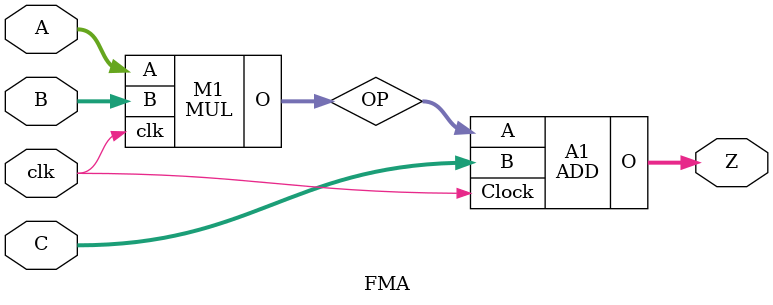
<source format=v>
module ADD(Clock, A, B, O);
input Clock; // CLOCK
input [31:0] A, B; //32 BIT INPUT A AND B
output [31:0] O; // 32 BIT OUTPUT

wire [31:0] O; // output declare as a wire
wire [7:0] A_exponent; // 8 bit exponent of A
wire [23:0] A_mantissa;//24 bit mantissaof A
wire [7:0] B_exponent; //8 bit exponent of B
wire [23:0] B_mantissa; //24 bit mantissa of B
reg  O_sign; // 1 bit sign of output
reg [7:0]  O_exponent; //8 bit exponent of output
reg [24:0] O_mantissa; //25 bit mantissa of output

wire A_sign;
wire B_sign;

reg [31:0] IN_A;
reg [31:0] IN_B;
wire [31:0] OUT_O;

assign O[31] = O_sign;
assign O[30:23] = O_exponent;
//assign O[22:0] = o_mantissa;
assign O[22:0] = O_mantissa[22:0];
assign A_sign = A[31];
assign A_exponent[7:0] = A[30:23];
assign A_mantissa[23:0] = {1'b1, A[22:0]}; // 1 hidden bit
assign B_sign = B[31];
assign B_exponent[7:0] = B[30:23];
assign B_mantissa[23:0] = {1'b1, B[22:0]};// 1 hidden bit

//INSTANTIATION	OF ADDER BLOCK
adder ADDITION1(IN_A,IN_B,OUT_O);

 always @ (posedge Clock) begin
// checking with the different different condition 
//If a is NaN or b is zero then return a
if ((A_exponent == 255 && A_mantissa != 0) || (B_exponent == 0) && (B_mantissa == 0)) begin
// make output as A
				O_sign = A_sign;
				O_exponent = A_exponent;
				O_mantissa = A_mantissa;
				
//If b is NaN or a is zero  then return b
end else if ((B_exponent == 255 && B_mantissa != 0) || (A_exponent == 0) && (A_mantissa == 0)) begin
//MAKE OUTPUT AS B
			    O_sign = B_sign;
				O_exponent = B_exponent;
				O_mantissa = B_mantissa;
				
//if a or b is infinity then return infinity(exponent=255)
end else if ((A_exponent == 255) || (B_exponent == 255)) begin
				O_sign = A_sign ^ B_sign;
				O_exponent = 255;
				O_mantissa = 0; //output will be zero 
				
end else begin 
				IN_A = A;
				IN_B = B;
				O_sign = OUT_O[31];
				O_exponent = OUT_O[30:23];
				O_mantissa = OUT_O[22:0];
end
end
endmodule


// adder module to perform addition operation
module adder(a, b, out);
  input  [31:0] a, b;// 32 bit of inputs A and B
  output [31:0] out;// 32 bit of output

// declare the internal connection
wire [31:0] out;
reg a_sign;
reg [7:0] a_exponent;
reg [23:0] a_mantissa;
reg b_sign;
reg [7:0] b_exponent;
reg [23:0] b_mantissa;

reg o_sign;
reg [7:0] o_exponent;
reg [24:0] o_mantissa;
reg [7:0] diff;
reg [23:0] tmp_mantissa;
reg [7:0] tmp_exponent;

reg  [7:0] i_e;
reg  [24:0] i_m;
wire [7:0] o_e;
wire [24:0] o_m;

//INSTATIATION OF NORMLISER BLOCK  of addition
addition_normaliser norm1(.in_e(i_e),.in_m(i_m),.out_e(o_e),.out_m(o_m));

assign out[31] = o_sign;
assign out[30:23] = o_exponent;
assign out[22:0] = o_mantissa[22:0];

  always @ ( * ) begin
    a_sign = a[31];
if(a[30:23] == 0) begin
a_exponent = 8'b00000001;
a_mantissa = {1'b0, a[22:0]};
end else begin
a_exponent = a[30:23];
a_mantissa = {1'b1, a[22:0]};
end
b_sign = b[31];
if(b[30:23] == 0) begin
b_exponent = 8'b00000001;
b_mantissa = {1'b0, b[22:0]};
end else begin
b_exponent = b[30:23];
b_mantissa = {1'b1, b[22:0]};
end
if (a_exponent == b_exponent) begin // Equal exponents
 
o_exponent = a_exponent;
     
 if (a_sign == b_sign) begin // Equal signs = add
 o_mantissa = a_mantissa + b_mantissa;
  //Signify to shift
  o_mantissa[24] = 1;
  o_sign = a_sign;
  end else begin // Opposite signs = subtract
  if(a_mantissa > b_mantissa) begin
  o_mantissa = a_mantissa - b_mantissa;
  o_sign = a_sign;
 end else begin
 o_mantissa = b_mantissa - a_mantissa;
 o_sign = b_sign;
  end
  end
 end else begin //Unequal exponents
if (a_exponent > b_exponent) begin // A is bigger
o_exponent = a_exponent;
o_sign = a_sign;
diff = a_exponent - b_exponent;
tmp_mantissa = b_mantissa >> diff;
if (a_sign == b_sign)
o_mantissa = a_mantissa + tmp_mantissa;
 else
o_mantissa = a_mantissa - tmp_mantissa;
end else if (a_exponent < b_exponent) begin // B is bigger
        o_exponent = b_exponent;
        o_sign = b_sign;
        diff = b_exponent - a_exponent;
		  tmp_mantissa = a_mantissa >> diff;
        if (a_sign == b_sign) begin
          o_mantissa = b_mantissa + tmp_mantissa;
        end else begin
					o_mantissa = b_mantissa - tmp_mantissa;
        end
      end
    end
    if(o_mantissa[24] == 1) begin
      o_exponent = o_exponent + 1;
      o_mantissa = (o_mantissa >> 1);
    end else if((o_mantissa[23] != 1) && (o_exponent != 0)) begin
      i_e = o_exponent;
      i_m = o_mantissa;
      o_exponent = o_e;
      o_mantissa = o_m;
    end
    end
endmodule


// addition normalizer block
module addition_normaliser(in_e, in_m, out_e, out_m);
  input [7:0] in_e;
  input [24:0] in_m;
  output [7:0] out_e;
  output [24:0] out_m;

  wire [7:0] in_e;
  wire [24:0] in_m;
  reg [7:0] out_e;
  reg [24:0] out_m;
  always @ ( * ) begin
		if (in_m[23:3] == 21'b000000000000000000001) begin
	 	out_e = in_e - 20;
			out_m = in_m << 20;
		end else if (in_m[23:4] == 20'b00000000000000000001) begin
			out_e = in_e - 19;
			out_m = in_m << 19;
		end else if (in_m[23:5] == 19'b0000000000000000001) begin
			out_e = in_e - 18;
			out_m = in_m << 18;
		end else if (in_m[23:6] == 18'b000000000000000001) begin
			out_e = in_e - 17;
			out_m = in_m << 17;
			end else if (in_m[23:7] == 17'b00000000000000001) begin
			out_e = in_e - 16;
			out_m = in_m << 16;
		end else if (in_m[23:8] == 16'b0000000000000001) begin
			out_e = in_e - 15;
			out_m = in_m << 15;
		end else if (in_m[23:9] == 15'b000000000000001) begin
			out_e = in_e - 14;
			out_m = in_m << 14;
		end else if (in_m[23:10] == 14'b00000000000001) begin
			out_e = in_e - 13;
			out_m = in_m << 13;
			end else if (in_m[23:11] == 13'b0000000000001) begin
			out_e = in_e - 12;
			out_m = in_m << 12;
		end else if (in_m[23:12] == 12'b000000000001) begin
			out_e = in_e - 11;
			out_m = in_m << 11;
		end else if (in_m[23:13] == 11'b00000000001) begin
			out_e = in_e - 10;
			out_m = in_m << 10;
		end else if (in_m[23:14] == 10'b0000000001) begin
		out_e = in_e - 9;
			out_m = in_m << 9;
		end else if (in_m[23:15] == 9'b000000001) begin
			out_e = in_e - 8;
			out_m = in_m << 8;
		end else if (in_m[23:16] == 8'b00000001) begin
			out_e = in_e - 7;
			out_m = in_m << 7;
			end else if (in_m[23:17] == 7'b0000001) begin
			out_e = in_e - 6;
			out_m = in_m << 6;
		end else if (in_m[23:18] == 6'b000001) begin
			out_e = in_e - 5;
			out_m = in_m << 5;
		end else if (in_m[23:19] == 5'b00001) begin
			out_e = in_e - 4;
			out_m = in_m << 4;
			end else if (in_m[23:20] == 4'b0001) begin
			out_e = in_e - 3;
			out_m = in_m << 3;
		end else if (in_m[23:21] == 3'b001) begin
			out_e = in_e - 2;
			out_m = in_m << 2;
		end else if (in_m[23:22] == 2'b01) begin
			out_e = in_e - 1;
			out_m = in_m << 1;
		end
		end
endmodule



// FPU MULTIPLICATION MODULE
    module MUL(clk, A, B, O);
	input clk;
	input [31:0] A, B;
	output [31:0] O;

	wire [31:0] O;
	wire [7:0] a_exponent;
	wire [23:0] a_mantissa;
	wire [7:0] b_exponent;
	wire [23:0] b_mantissa;

	reg        o_sign;
	reg [7:0]  o_exponent;
	reg [24:0] o_mantissa;
	wire a_sign; 
    wire b_sign;
	
	reg [31:0] multiplier_a_in;
    reg [31:0] multiplier_b_in;
    wire [31:0] multiplier_out;
    assign O[31] = o_sign;
    assign O[30:23] = o_exponent;
    assign O[22:0] = o_mantissa[22:0];
    
    assign a_sign = A[31];
    assign a_exponent[7:0] = A[30:23];
    assign a_mantissa[23:0] = {1'b1, A[22:0]};
    
    assign b_sign = B[31];
    assign b_exponent[7:0] = B[30:23];
    assign b_mantissa[23:0] = {1'b1, B[22:0]};      
        
    multiplier multiplication(.a(multiplier_a_in),.b(multiplier_b_in),.out(multiplier_out));
    always @ (posedge clk) begin
    //If a is NaN return NaN
     if (a_exponent == 255 && a_mantissa != 0) begin
	 o_sign = a_sign;
	 o_exponent = 255;
	 o_mantissa = a_mantissa;
	 //If b is NaN return NaN
	 end else if (b_exponent == 255 && b_mantissa != 0) begin
	 o_sign = b_sign;
	 o_exponent = 255;
	 o_mantissa = b_mantissa;
	 //If a or b is 0 return 0
	end else if ((a_exponent == 0) && (a_mantissa == 0) || (b_exponent == 0) && (b_mantissa == 0)) begin
	o_sign = a_sign ^ b_sign;
	o_exponent = 0;
	o_mantissa = 0;
	//if a or b is inf return inf
	end else if ((a_exponent == 255) || (b_exponent == 255)) begin
	o_sign = a_sign;
	o_exponent = 255;
	o_mantissa = 0;
	end else begin // Passed all corner cases
	multiplier_a_in = A;
	multiplier_b_in = B;
	o_sign = multiplier_out[31];
	o_exponent = multiplier_out[30:23];
	o_mantissa = multiplier_out[22:0];
	end
	end
    endmodule
    module multiplier(a, b, out);
    input  [31:0] a, b;
    output [31:0] out;
    
    wire [31:0] out;
    reg a_sign;
    reg [7:0] a_exponent;
    reg [23:0] a_mantissa;
    reg b_sign;
    reg [7:0] b_exponent;
    reg [23:0] b_mantissa;
    
    reg o_sign;
    reg [7:0] o_exponent;
    reg [24:0] o_mantissa;
    reg [47:0] product;
    
      assign out[31] = o_sign;
      assign out[30:23] = o_exponent;
      assign out[22:0] = o_mantissa[22:0];
    
      reg  [7:0] i_e;
      reg  [47:0] i_m;
      wire [7:0] o_e;
      wire [47:0] o_m;
    
      multiplication_normaliser norm1( .in_e(i_e), .in_m(i_m),.out_e(o_e),.out_m(o_m));
      always @ ( * ) begin
      a_sign = a[31];
      if(a[30:23] == 0) begin
      a_exponent = 8'b00000001;
      a_mantissa = {1'b0, a[22:0]};
      end else begin
      a_exponent = a[30:23];
      a_mantissa = {1'b1, a[22:0]};
      end
      b_sign = b[31];
      if(b[30:23] == 0) begin
      b_exponent = 8'b00000001;
      b_mantissa = {1'b0, b[22:0]};
      end else begin
      b_exponent = b[30:23];
      b_mantissa = {1'b1, b[22:0]};
      end
        o_sign = a_sign ^ b_sign;
        o_exponent = a_exponent + b_exponent - 127;
        product = a_mantissa * b_mantissa;
        ///////////// Normalization//////////////////////
        if(product[47] == 1) begin
        o_exponent = o_exponent + 1;
        product = product >> 1;
        end else if((product[46] != 1) && (o_exponent != 0)) begin
        i_e = o_exponent;
        i_m = product;
        o_exponent = o_e;
        product = o_m;
        end
        o_mantissa = product[46:23];
        end
        endmodule
        
        
      module multiplication_normaliser(in_e, in_m, out_e, out_m);
      input [7:0] in_e;
      input [47:0] in_m;
      output [7:0] out_e;
      output [47:0] out_m;
    
      wire [7:0] in_e;
      wire [47:0] in_m;
      reg [7:0] out_e;
      reg [47:0] out_m;
    
      always @ ( * ) begin
      if (in_m[46:41] == 6'b000001) begin
      out_e = in_e - 5;
      out_m = in_m << 5;
      end else if (in_m[46:42] == 5'b00001) begin
      out_e = in_e - 4;
      out_m = in_m << 4;
      end else if (in_m[46:43] == 4'b0001) begin
      out_e = in_e - 3;
      out_m = in_m << 3;
      end else if (in_m[46:44] == 3'b001) begin
      out_e = in_e - 2;
      out_m = in_m << 2;
      end else if (in_m[46:45] == 2'b01) begin
      out_e = in_e - 1;
      out_m = in_m << 1;
      end
      end
      endmodule

      
      
      
module FMA(clk, A, B, C, Z);
     input clk; 
     input [31:0] A, B, C; 
     wire [31:0] OP;
     output [31:0] Z; 
     
        
    MUL M1(clk, A, B, OP);
   
    ADD A1(clk, OP, C, Z);
    
endmodule
</source>
